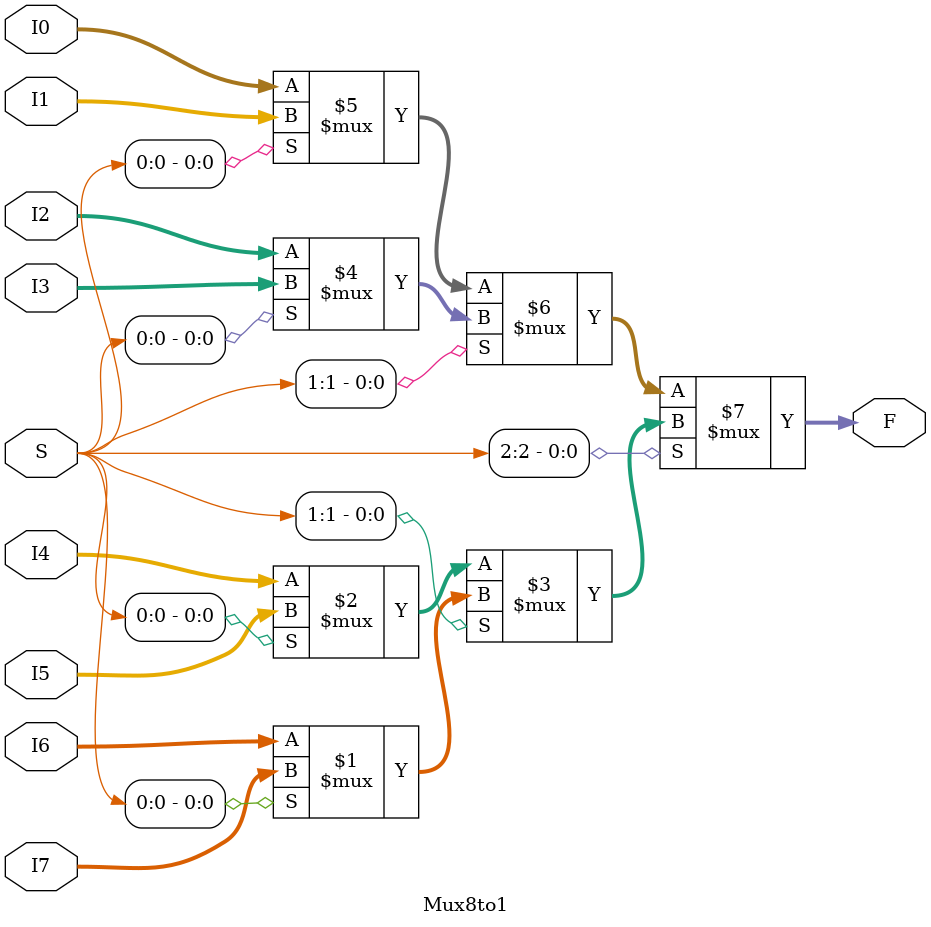
<source format=v>
module ALU(A, B, FS, status, F);
	input [63:0] A, B;
	input [4:0]FS; //FS[0] - B invert, FS[1] - A invert, FS[4:2] operation select
						//000 - AND, 001 - OR, 010 - ADD, 011 XOR, 100 SHIFT LEFT, 101 SHIFT RIGHT
	
	output [3:0]status;
	output [63:0]F;
	
	wire V, C, Z, N;
	
	wire [63:0] A_compute, B_compute;
	
	assign A_compute = FS[1] ? ~A : A;
	assign B_compute = FS[0] ? ~B : B;
	
	wire [63:0] AandB, AorB, AaddB, AxorB, AshiftleftB, AshiftrightB;
	
	assign AandB = A_compute & B_compute;
	assign AorB = A_compute | B_compute;
	Adder adder_inst(A_compute, B_compute, FS[0], C, AaddB);
	assign AxorB = A_compute ^ B_compute;
	Shifter shifter_inst(A, B[5:0], AshiftleftB, AshiftrightB);
	
	Mux8to1 mux8to1_inst(FS[4:2], AandB, AorB, AaddB, AxorB, AshiftleftB, AshiftrightB, 64'b0, 64'b0, F);
	
	assign V = ~(A_compute[63] ^ B_compute[63]) & (A_compute[63] ^ AaddB[63]);
	assign Z = (F == 64'b0) ? 1'b1 : 1'b0;
	assign N = F[63];
	
	assign status = {V, C, Z, N};
	
	defparam mux8to1_inst.N = 64;
endmodule

module Shifter(A, offset, left, right);
	input [63:0]A;
	input [5:0]offset;
	
	output [63:0] left, right;
	
	assign left = A << offset;
	assign right = A >> offset;
endmodule

module Adder(A, B, Cin, Cout, F);
	input [63:0] A, B;
	input Cin;
	
	output [63:0]F;
	output Cout;
	
	assign {Cout, F} = A + B + Cin;
endmodule

module Mux8to1(S, I0, I1, I2, I3, I4, I5, I6, I7, F);
	parameter N = 8;
	
	input [2:0]S;
	input [N-1:0] I0, I1, I2, I3, I4, I5, I6, I7;
	
	output [N-1:0]F;
	
	assign F = S[2] ? (S[1] ? (S[0] ? I7 : I6) : (S[0] ? I5 : I4)) : (S[1] ? (S[0] ? I3 : I2) : (S[0] ? I1 : I0));
endmodule

</source>
